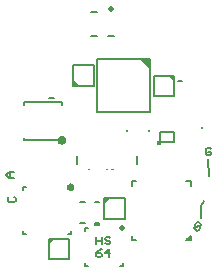
<source format=gto>
G75*
%MOIN*%
%OFA0B0*%
%FSLAX25Y25*%
%IPPOS*%
%LPD*%
%AMOC8*
5,1,8,0,0,1.08239X$1,22.5*
%
%ADD10C,0.00600*%
%ADD11C,0.00300*%
%ADD12C,0.00500*%
%ADD13C,0.01969*%
%ADD14C,0.00787*%
%ADD15C,0.01575*%
D10*
X0055835Y0054860D02*
X0056269Y0054426D01*
X0057137Y0054426D01*
X0057570Y0054860D01*
X0057570Y0055293D01*
X0057137Y0055727D01*
X0055835Y0055727D01*
X0055835Y0054860D01*
X0055835Y0055727D02*
X0056703Y0056595D01*
X0057570Y0057028D01*
X0057570Y0058586D02*
X0057570Y0061188D01*
X0058782Y0060755D02*
X0058782Y0060321D01*
X0059216Y0059887D01*
X0060083Y0059887D01*
X0060517Y0059453D01*
X0060517Y0059020D01*
X0060083Y0058586D01*
X0059216Y0058586D01*
X0058782Y0059020D01*
X0057570Y0059887D02*
X0055835Y0059887D01*
X0055835Y0058586D02*
X0055835Y0061188D01*
X0058782Y0060755D02*
X0059216Y0061188D01*
X0060083Y0061188D01*
X0060517Y0060755D01*
X0060083Y0057028D02*
X0058782Y0055727D01*
X0060517Y0055727D01*
X0060083Y0054426D02*
X0060083Y0057028D01*
X0088390Y0064178D02*
X0090699Y0065005D01*
X0089958Y0063436D01*
X0089381Y0063229D01*
X0088596Y0063600D01*
X0088390Y0064178D01*
X0089131Y0065746D01*
X0089708Y0065953D01*
X0090493Y0065582D01*
X0090699Y0065005D01*
X0092703Y0088278D02*
X0093570Y0088278D01*
X0094004Y0088711D01*
X0094004Y0089579D01*
X0093137Y0089579D01*
X0094004Y0090446D02*
X0093570Y0090880D01*
X0092703Y0090880D01*
X0092269Y0090446D01*
X0092269Y0088711D01*
X0092703Y0088278D01*
X0043752Y0093357D02*
X0043754Y0093404D01*
X0043760Y0093450D01*
X0043769Y0093496D01*
X0043783Y0093540D01*
X0043800Y0093584D01*
X0043821Y0093625D01*
X0043845Y0093665D01*
X0043872Y0093703D01*
X0043903Y0093738D01*
X0043936Y0093771D01*
X0043972Y0093801D01*
X0044011Y0093827D01*
X0044051Y0093851D01*
X0044093Y0093870D01*
X0044137Y0093887D01*
X0044182Y0093899D01*
X0044228Y0093908D01*
X0044274Y0093913D01*
X0044321Y0093914D01*
X0044367Y0093911D01*
X0044413Y0093904D01*
X0044459Y0093893D01*
X0044503Y0093879D01*
X0044546Y0093861D01*
X0044587Y0093839D01*
X0044627Y0093814D01*
X0044664Y0093786D01*
X0044699Y0093755D01*
X0044731Y0093721D01*
X0044760Y0093684D01*
X0044785Y0093646D01*
X0044808Y0093605D01*
X0044827Y0093562D01*
X0044842Y0093518D01*
X0044854Y0093473D01*
X0044862Y0093427D01*
X0044866Y0093380D01*
X0044866Y0093334D01*
X0044862Y0093287D01*
X0044854Y0093241D01*
X0044842Y0093196D01*
X0044827Y0093152D01*
X0044808Y0093109D01*
X0044785Y0093068D01*
X0044760Y0093030D01*
X0044731Y0092993D01*
X0044699Y0092959D01*
X0044664Y0092928D01*
X0044627Y0092900D01*
X0044588Y0092875D01*
X0044546Y0092853D01*
X0044503Y0092835D01*
X0044459Y0092821D01*
X0044413Y0092810D01*
X0044367Y0092803D01*
X0044321Y0092800D01*
X0044274Y0092801D01*
X0044228Y0092806D01*
X0044182Y0092815D01*
X0044137Y0092827D01*
X0044093Y0092844D01*
X0044051Y0092863D01*
X0044011Y0092887D01*
X0043972Y0092913D01*
X0043936Y0092943D01*
X0043903Y0092976D01*
X0043872Y0093011D01*
X0043845Y0093049D01*
X0043821Y0093089D01*
X0043800Y0093130D01*
X0043783Y0093174D01*
X0043769Y0093218D01*
X0043760Y0093264D01*
X0043754Y0093310D01*
X0043752Y0093357D01*
X0043195Y0093357D02*
X0043197Y0093424D01*
X0043203Y0093490D01*
X0043213Y0093556D01*
X0043227Y0093621D01*
X0043244Y0093685D01*
X0043266Y0093748D01*
X0043291Y0093810D01*
X0043320Y0093870D01*
X0043353Y0093928D01*
X0043389Y0093985D01*
X0043428Y0094038D01*
X0043470Y0094090D01*
X0043515Y0094139D01*
X0043564Y0094185D01*
X0043614Y0094228D01*
X0043668Y0094268D01*
X0043723Y0094305D01*
X0043781Y0094338D01*
X0043841Y0094368D01*
X0043902Y0094394D01*
X0043965Y0094416D01*
X0044029Y0094435D01*
X0044094Y0094450D01*
X0044159Y0094461D01*
X0044226Y0094468D01*
X0044292Y0094471D01*
X0044359Y0094470D01*
X0044425Y0094465D01*
X0044491Y0094456D01*
X0044557Y0094443D01*
X0044621Y0094426D01*
X0044685Y0094406D01*
X0044747Y0094381D01*
X0044807Y0094353D01*
X0044866Y0094322D01*
X0044923Y0094287D01*
X0044977Y0094248D01*
X0045029Y0094207D01*
X0045079Y0094162D01*
X0045126Y0094115D01*
X0045169Y0094065D01*
X0045210Y0094012D01*
X0045248Y0093957D01*
X0045282Y0093900D01*
X0045313Y0093840D01*
X0045340Y0093779D01*
X0045363Y0093717D01*
X0045383Y0093653D01*
X0045399Y0093589D01*
X0045411Y0093523D01*
X0045419Y0093457D01*
X0045423Y0093390D01*
X0045423Y0093324D01*
X0045419Y0093257D01*
X0045411Y0093191D01*
X0045399Y0093125D01*
X0045383Y0093061D01*
X0045363Y0092997D01*
X0045340Y0092935D01*
X0045313Y0092874D01*
X0045282Y0092814D01*
X0045248Y0092757D01*
X0045210Y0092702D01*
X0045169Y0092649D01*
X0045126Y0092599D01*
X0045079Y0092552D01*
X0045029Y0092507D01*
X0044977Y0092466D01*
X0044923Y0092427D01*
X0044866Y0092392D01*
X0044807Y0092361D01*
X0044747Y0092333D01*
X0044685Y0092308D01*
X0044621Y0092288D01*
X0044557Y0092271D01*
X0044491Y0092258D01*
X0044425Y0092249D01*
X0044359Y0092244D01*
X0044292Y0092243D01*
X0044226Y0092246D01*
X0044159Y0092253D01*
X0044094Y0092264D01*
X0044029Y0092279D01*
X0043965Y0092298D01*
X0043902Y0092320D01*
X0043841Y0092346D01*
X0043781Y0092376D01*
X0043723Y0092409D01*
X0043668Y0092446D01*
X0043614Y0092486D01*
X0043564Y0092529D01*
X0043515Y0092575D01*
X0043470Y0092624D01*
X0043428Y0092676D01*
X0043389Y0092729D01*
X0043353Y0092786D01*
X0043320Y0092844D01*
X0043291Y0092904D01*
X0043266Y0092966D01*
X0043244Y0093029D01*
X0043227Y0093093D01*
X0043213Y0093158D01*
X0043203Y0093224D01*
X0043197Y0093290D01*
X0043195Y0093357D01*
X0044309Y0093357D02*
X0031710Y0093357D01*
X0031710Y0094145D01*
X0031710Y0105168D02*
X0031710Y0105956D01*
X0044309Y0105956D01*
X0044309Y0105168D01*
X0028325Y0082619D02*
X0026590Y0082619D01*
X0025723Y0081752D01*
X0026590Y0080885D01*
X0028325Y0080885D01*
X0027024Y0080885D02*
X0027024Y0082619D01*
X0026747Y0074549D02*
X0026314Y0074115D01*
X0026314Y0073247D01*
X0026747Y0072814D01*
X0028482Y0072814D01*
X0028916Y0073247D01*
X0028916Y0074115D01*
X0028482Y0074549D01*
D11*
X0052970Y0083672D02*
X0053364Y0083672D01*
X0058876Y0083672D02*
X0059269Y0083672D01*
X0060844Y0083672D02*
X0061238Y0083672D01*
D12*
X0046769Y0053652D02*
X0039880Y0053652D01*
X0039880Y0060542D01*
X0046769Y0060542D01*
X0046769Y0053652D01*
X0051939Y0052488D02*
X0051939Y0051504D01*
X0052923Y0051504D01*
X0051939Y0063118D02*
X0051939Y0064102D01*
X0052923Y0064102D01*
X0052104Y0065719D02*
X0050529Y0065719D01*
X0047249Y0062952D02*
X0047249Y0061968D01*
X0046265Y0061968D01*
X0041277Y0060523D02*
X0039899Y0060523D01*
X0039899Y0059145D01*
X0041277Y0060523D01*
X0041076Y0060321D02*
X0039899Y0060321D01*
X0039899Y0059823D02*
X0040578Y0059823D01*
X0040079Y0059324D02*
X0039899Y0059324D01*
X0032486Y0061968D02*
X0031501Y0061968D01*
X0031501Y0062952D01*
X0031501Y0076732D02*
X0031501Y0077716D01*
X0032486Y0077716D01*
X0046856Y0077716D02*
X0047249Y0077716D01*
X0046855Y0077716D02*
X0046857Y0077755D01*
X0046863Y0077794D01*
X0046873Y0077832D01*
X0046886Y0077869D01*
X0046903Y0077904D01*
X0046923Y0077938D01*
X0046947Y0077969D01*
X0046974Y0077998D01*
X0047003Y0078024D01*
X0047035Y0078047D01*
X0047069Y0078067D01*
X0047105Y0078083D01*
X0047142Y0078095D01*
X0047181Y0078104D01*
X0047220Y0078109D01*
X0047259Y0078110D01*
X0047298Y0078107D01*
X0047337Y0078100D01*
X0047374Y0078089D01*
X0047411Y0078075D01*
X0047446Y0078057D01*
X0047479Y0078036D01*
X0047510Y0078011D01*
X0047538Y0077984D01*
X0047563Y0077954D01*
X0047585Y0077921D01*
X0047604Y0077887D01*
X0047619Y0077851D01*
X0047631Y0077813D01*
X0047639Y0077775D01*
X0047643Y0077736D01*
X0047643Y0077696D01*
X0047639Y0077657D01*
X0047631Y0077619D01*
X0047619Y0077581D01*
X0047604Y0077545D01*
X0047585Y0077511D01*
X0047563Y0077478D01*
X0047538Y0077448D01*
X0047510Y0077421D01*
X0047479Y0077396D01*
X0047446Y0077375D01*
X0047411Y0077357D01*
X0047374Y0077343D01*
X0047337Y0077332D01*
X0047298Y0077325D01*
X0047259Y0077322D01*
X0047220Y0077323D01*
X0047181Y0077328D01*
X0047142Y0077337D01*
X0047105Y0077349D01*
X0047069Y0077365D01*
X0047035Y0077385D01*
X0047003Y0077408D01*
X0046974Y0077434D01*
X0046947Y0077463D01*
X0046923Y0077494D01*
X0046903Y0077528D01*
X0046886Y0077563D01*
X0046873Y0077600D01*
X0046863Y0077638D01*
X0046857Y0077677D01*
X0046855Y0077716D01*
X0046369Y0077716D02*
X0046371Y0077775D01*
X0046377Y0077833D01*
X0046387Y0077891D01*
X0046400Y0077948D01*
X0046418Y0078005D01*
X0046439Y0078060D01*
X0046464Y0078113D01*
X0046492Y0078164D01*
X0046523Y0078214D01*
X0046558Y0078261D01*
X0046596Y0078306D01*
X0046637Y0078349D01*
X0046681Y0078388D01*
X0046727Y0078424D01*
X0046775Y0078458D01*
X0046826Y0078488D01*
X0046879Y0078514D01*
X0046933Y0078537D01*
X0046988Y0078556D01*
X0047045Y0078572D01*
X0047103Y0078584D01*
X0047161Y0078592D01*
X0047220Y0078596D01*
X0047278Y0078596D01*
X0047337Y0078592D01*
X0047395Y0078584D01*
X0047453Y0078572D01*
X0047510Y0078556D01*
X0047565Y0078537D01*
X0047619Y0078514D01*
X0047672Y0078488D01*
X0047723Y0078458D01*
X0047771Y0078424D01*
X0047817Y0078388D01*
X0047861Y0078349D01*
X0047902Y0078306D01*
X0047940Y0078261D01*
X0047975Y0078214D01*
X0048006Y0078164D01*
X0048034Y0078113D01*
X0048059Y0078060D01*
X0048080Y0078005D01*
X0048098Y0077948D01*
X0048111Y0077891D01*
X0048121Y0077833D01*
X0048127Y0077775D01*
X0048129Y0077716D01*
X0048127Y0077657D01*
X0048121Y0077599D01*
X0048111Y0077541D01*
X0048098Y0077484D01*
X0048080Y0077427D01*
X0048059Y0077372D01*
X0048034Y0077319D01*
X0048006Y0077268D01*
X0047975Y0077218D01*
X0047940Y0077171D01*
X0047902Y0077126D01*
X0047861Y0077083D01*
X0047817Y0077044D01*
X0047771Y0077008D01*
X0047723Y0076974D01*
X0047672Y0076944D01*
X0047619Y0076918D01*
X0047565Y0076895D01*
X0047510Y0076876D01*
X0047453Y0076860D01*
X0047395Y0076848D01*
X0047337Y0076840D01*
X0047278Y0076836D01*
X0047220Y0076836D01*
X0047161Y0076840D01*
X0047103Y0076848D01*
X0047045Y0076860D01*
X0046988Y0076876D01*
X0046933Y0076895D01*
X0046879Y0076918D01*
X0046826Y0076944D01*
X0046775Y0076974D01*
X0046727Y0077008D01*
X0046681Y0077044D01*
X0046637Y0077083D01*
X0046596Y0077126D01*
X0046558Y0077171D01*
X0046523Y0077218D01*
X0046492Y0077268D01*
X0046464Y0077319D01*
X0046439Y0077372D01*
X0046418Y0077427D01*
X0046400Y0077484D01*
X0046387Y0077541D01*
X0046377Y0077599D01*
X0046371Y0077657D01*
X0046369Y0077716D01*
X0050529Y0072806D02*
X0052104Y0072806D01*
X0055254Y0072806D02*
X0056828Y0072806D01*
X0058403Y0072784D02*
X0058657Y0072784D01*
X0058403Y0072530D02*
X0058403Y0073908D01*
X0059781Y0073908D01*
X0058403Y0072530D01*
X0058403Y0073283D02*
X0059155Y0073283D01*
X0059654Y0073781D02*
X0058403Y0073781D01*
X0058384Y0073928D02*
X0065273Y0073928D01*
X0065273Y0067038D01*
X0058384Y0067038D01*
X0058384Y0073928D01*
X0056828Y0065719D02*
X0055254Y0065719D01*
X0055254Y0065208D01*
X0056789Y0065208D01*
X0056828Y0065247D01*
X0056828Y0065719D01*
X0056828Y0065483D02*
X0055254Y0065483D01*
X0055254Y0065286D02*
X0056828Y0065286D01*
X0056828Y0065208D02*
X0056789Y0065208D01*
X0067575Y0061567D02*
X0067575Y0059993D01*
X0069150Y0059993D01*
X0064537Y0052488D02*
X0064537Y0051504D01*
X0063553Y0051504D01*
X0085686Y0059993D02*
X0087260Y0061567D01*
X0087260Y0059993D01*
X0085686Y0059993D01*
X0087260Y0059993D01*
X0087260Y0061567D01*
X0087260Y0061318D02*
X0087011Y0061318D01*
X0087260Y0060820D02*
X0086513Y0060820D01*
X0086014Y0060321D02*
X0087260Y0060321D01*
X0090765Y0067334D02*
X0090765Y0071467D01*
X0091750Y0073239D01*
X0087260Y0078103D02*
X0087260Y0079678D01*
X0085686Y0079678D01*
X0093521Y0081310D02*
X0093128Y0087019D01*
X0081789Y0092688D02*
X0081789Y0096231D01*
X0077065Y0096231D01*
X0077065Y0092688D01*
X0081789Y0092688D01*
X0073639Y0102767D02*
X0073639Y0120483D01*
X0070687Y0120483D01*
X0073639Y0117530D01*
X0073639Y0120483D01*
X0055923Y0120483D01*
X0055923Y0102767D01*
X0073639Y0102767D01*
X0074919Y0107983D02*
X0081809Y0107983D01*
X0081809Y0114873D01*
X0074919Y0114873D01*
X0074919Y0107983D01*
X0080605Y0114659D02*
X0081789Y0114659D01*
X0081789Y0114853D02*
X0080411Y0114853D01*
X0081789Y0113475D01*
X0081789Y0114853D01*
X0081789Y0114161D02*
X0081104Y0114161D01*
X0081602Y0113662D02*
X0081789Y0113662D01*
X0083098Y0113044D02*
X0084360Y0113044D01*
X0073639Y0117650D02*
X0073520Y0117650D01*
X0073639Y0118149D02*
X0073021Y0118149D01*
X0072523Y0118647D02*
X0073639Y0118647D01*
X0073639Y0119146D02*
X0072024Y0119146D01*
X0071526Y0119644D02*
X0073639Y0119644D01*
X0073639Y0120143D02*
X0071027Y0120143D01*
X0061828Y0128160D02*
X0059860Y0128160D01*
X0055923Y0128160D02*
X0053954Y0128160D01*
X0053954Y0136034D02*
X0055884Y0136034D01*
X0055037Y0118416D02*
X0048147Y0118416D01*
X0048147Y0111526D01*
X0055037Y0111526D01*
X0055037Y0118416D01*
X0049423Y0111668D02*
X0048167Y0111668D01*
X0048167Y0111546D02*
X0049545Y0111546D01*
X0048167Y0112924D01*
X0048167Y0111546D01*
X0048167Y0112167D02*
X0048925Y0112167D01*
X0048426Y0112665D02*
X0048167Y0112665D01*
X0041632Y0107373D02*
X0040057Y0107373D01*
X0049427Y0088200D02*
X0049427Y0085444D01*
X0067575Y0079678D02*
X0069150Y0079678D01*
X0067575Y0079678D02*
X0067575Y0078103D01*
X0069309Y0085444D02*
X0069309Y0088200D01*
D13*
X0064341Y0063945D03*
X0060597Y0137072D03*
D14*
X0073521Y0096546D03*
X0065962Y0096310D03*
X0091159Y0097255D03*
D15*
X0076671Y0092491D03*
M02*

</source>
